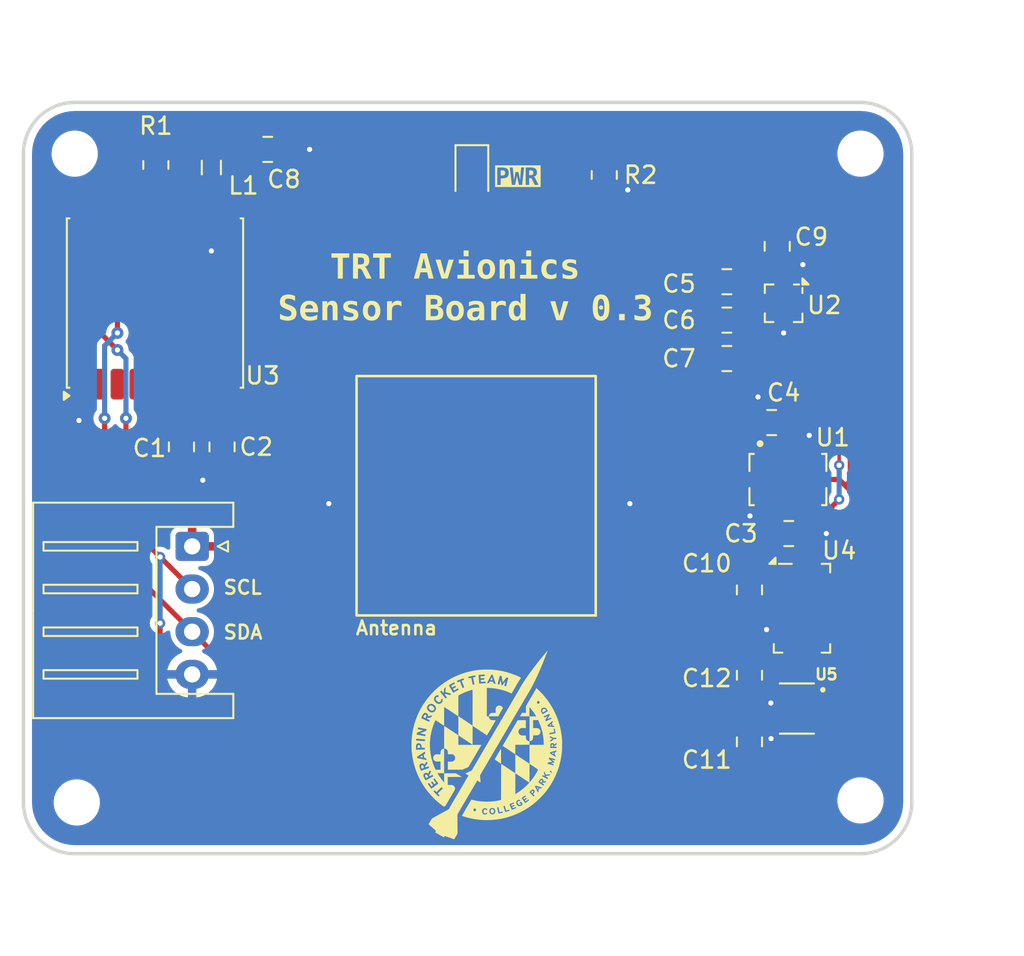
<source format=kicad_pcb>
(kicad_pcb (version 20240108) (generator "pcbnew") (generator_version "8.0")
  (layers (0 "F.Cu" signal) (31 "B.Cu" signal) (34 "B.Paste" user) (35 "F.Paste" user) (36 "B.SilkS" user "B.Silkscreen") (37 "F.SilkS" user "F.Silkscreen") (38 "B.Mask" user) (39 "F.Mask" user) (44 "Edge.Cuts" user))
  (net 0 "")
  (net 1 "GND")
  (net 2 "+3.3V")
  (net 3 "/RF_IN")
  (net 4 "/Antenna Power")
  (net 5 "Net-(U2-C1)")
  (net 7 "Net-(D1-K)")
  (net 8 "/VCC_RF")
  (net 14 "SCL1")
  (net 15 "SDA1")
  (footprint "Capacitor_SMD:C_0805_2012Metric" (layer "F.Cu") (at 115.8 76.25)
    (property "Reference" "C3" (at -2.8 0 0) (layer "F.SilkS"))
    (property "Value" "100n")
    (pad "1" smd roundrect (at -0.95 0) (size 1 1.45) (layers "F.Cu" "F.Paste" "F.Mask") (net 2 "+3.3V"))
    (pad "2" smd roundrect (at 0.95 0) (size 1 1.45) (layers "F.Cu" "F.Paste" "F.Mask") (net 1 "GND"))
  )
  (footprint "LED_SMD:LED_0805_2012Metric" (layer "F.Cu") (at 97.25 55.1875 -90)
    (property "Reference" "D1" (hide yes))
    (property "Value" "PWR")
    (pad "1" smd roundrect (at -0.9375 0 270) (size 0.975 1.4) (layers "F.Cu" "F.Paste" "F.Mask") (net 7 "Net-(D1-K)"))
    (pad "2" smd roundrect (at 0.9375 0 270) (size 0.975 1.4) (layers "F.Cu" "F.Paste" "F.Mask") (net 2 "+3.3V"))
  )
  (footprint "BMI088:PQFN50P450X300X100-16N" (layer "F.Cu") (at 115.75 73.085)
    (property "Reference" "U1" (at 2.625 -2.46 0) (layer "F.SilkS"))
    (property "Value" "BMI088")
    (pad "1" smd rect (at -1.5 -1.165) (size 0.35 0.59) (layers "F.Cu" "F.Paste" "F.Mask"))
    (pad "2" smd rect (at -1 -1.165) (size 0.35 0.59) (layers "F.Cu" "F.Paste" "F.Mask") (net 1 "GND"))
    (pad "3" smd rect (at -0.5 -1.165) (size 0.35 0.59) (layers "F.Cu" "F.Paste" "F.Mask") (net 2 "+3.3V"))
    (pad "4" smd rect (at 0 -1.165) (size 0.35 0.59) (layers "F.Cu" "F.Paste" "F.Mask") (net 1 "GND"))
    (pad "5" smd rect (at 0.5 -1.165) (size 0.35 0.59) (layers "F.Cu" "F.Paste" "F.Mask"))
    (pad "6" smd rect (at 1 -1.165) (size 0.35 0.59) (layers "F.Cu" "F.Paste" "F.Mask") (net 1 "GND"))
    (pad "7" smd rect (at 1.5 -1.165) (size 0.35 0.59) (layers "F.Cu" "F.Paste" "F.Mask") (net 1 "GND"))
    (pad "8" smd rect (at 1.915 0) (size 0.59 0.35) (layers "F.Cu" "F.Paste" "F.Mask") (net 14 "SCL1"))
    (pad "9" smd rect (at 1.5 1.165) (size 0.35 0.59) (layers "F.Cu" "F.Paste" "F.Mask") (net 15 "SDA1"))
    (pad "10" smd rect (at 1 1.165) (size 0.35 0.59) (layers "F.Cu" "F.Paste" "F.Mask") (net 1 "GND"))
    (pad "11" smd rect (at 0.5 1.165) (size 0.35 0.59) (layers "F.Cu" "F.Paste" "F.Mask") (net 2 "+3.3V"))
    (pad "12" smd rect (at 0 1.165) (size 0.35 0.59) (layers "F.Cu" "F.Paste" "F.Mask"))
    (pad "13" smd rect (at -0.5 1.165) (size 0.35 0.59) (layers "F.Cu" "F.Paste" "F.Mask"))
    (pad "14" smd rect (at -1 1.165) (size 0.35 0.59) (layers "F.Cu" "F.Paste" "F.Mask") (net 2 "+3.3V"))
    (pad "15" smd rect (at -1.5 1.165) (size 0.35 0.59) (layers "F.Cu" "F.Paste" "F.Mask") (net 1 "GND"))
    (pad "16" smd rect (at -1.915 0) (size 0.59 0.35) (layers "F.Cu" "F.Paste" "F.Mask"))
  )
  (footprint "PatchAntenna:SGGP.12.A" (layer "F.Cu") (at 96.992 76.111 180)
    (property "Reference" "Antenna1" (hide yes))
    (property "Value" "Antenna_Chip")
    (pad "1" smd rect (at -0.508 7.476 180) (size 1.5 1.5) (layers "F.Cu" "F.Paste" "F.Mask") (net 3 "/RF_IN"))
    (pad "2" smd rect (at -5.008 6.076 180) (size 2.3 2.3) (layers "F.Cu" "F.Paste" "F.Mask") (net 1 "GND"))
    (pad "3" smd rect (at 3.992 6.076 180) (size 2.3 2.3) (layers "F.Cu" "F.Paste" "F.Mask") (net 1 "GND"))
    (pad "4" smd rect (at -5.008 1.576 180) (size 2.3 2.3) (layers "F.Cu" "F.Paste" "F.Mask") (net 1 "GND"))
    (pad "5" smd rect (at -0.508 1.576 180) (size 2.3 2.3) (layers "F.Cu" "F.Paste" "F.Mask") (net 1 "GND"))
    (pad "6" smd rect (at 3.992 1.576 180) (size 2.3 2.3) (layers "F.Cu" "F.Paste" "F.Mask") (net 1 "GND"))
    (pad "7" smd rect (at -5.008 -2.924 180) (size 2.3 2.3) (layers "F.Cu" "F.Paste" "F.Mask") (net 1 "GND"))
    (pad "8" smd rect (at -0.508 -2.924 180) (size 2.3 2.3) (layers "F.Cu" "F.Paste" "F.Mask") (net 1 "GND"))
    (pad "9" smd rect (at 3.992 -2.924 180) (size 2.3 2.3) (layers "F.Cu" "F.Paste" "F.Mask") (net 1 "GND"))
  )
  (footprint "Capacitor_SMD:C_0805_2012Metric" (layer "F.Cu") (at 113.5 79.55 -90)
    (property "Reference" "C10" (at -1.55 2.5 180) (layer "F.SilkS"))
    (property "Value" "100n")
    (pad "1" smd roundrect (at -0.95 0 270) (size 1 1.45) (layers "F.Cu" "F.Paste" "F.Mask") (net 2 "+3.3V"))
    (pad "2" smd roundrect (at 0.95 0 270) (size 1 1.45) (layers "F.Cu" "F.Paste" "F.Mask") (net 1 "GND"))
  )
  (footprint "MountingHole:MountingHole_2.2mm_M2" (layer "F.Cu") (at 74 54)
    (property "Reference" "H2")
    (property "Value" "MountingHole")
    (pad "" np_thru_hole circle (at 0 0) (size 2.2 2.2) (drill 2.2) (layers "*.Cu" "*.Mask"))
  )
  (footprint "Capacitor_SMD:C_0805_2012Metric" (layer "F.Cu") (at 115.125 59.425 90)
    (property "Reference" "C9" (at 0.55 2 180) (layer "F.SilkS"))
    (property "Value" "100n")
    (pad "1" smd roundrect (at -0.95 0 90) (size 1 1.45) (layers "F.Cu" "F.Paste" "F.Mask") (net 5 "Net-(U2-C1)"))
    (pad "2" smd roundrect (at 0.95 0 90) (size 1 1.45) (layers "F.Cu" "F.Paste" "F.Mask") (net 1 "GND"))
  )
  (footprint "Inductor_SMD:L_0805_2012Metric" (layer "F.Cu") (at 82 54.8125 -90)
    (property "Reference" "L1" (at 1.0625 -1.875 180) (layer "F.SilkS"))
    (property "Value" "27n")
    (pad "1" smd roundrect (at -1.0625 0 270) (size 0.875 1.2) (layers "F.Cu" "F.Paste" "F.Mask") (net 4 "/Antenna Power"))
    (pad "2" smd roundrect (at 1.0625 0 270) (size 0.875 1.2) (layers "F.Cu" "F.Paste" "F.Mask") (net 3 "/RF_IN"))
  )
  (footprint "Capacitor_SMD:C_0805_2012Metric" (layer "F.Cu") (at 85.3 53.75)
    (property "Reference" "C8" (at 0.95 1.75 180) (layer "F.SilkS"))
    (property "Value" "10n")
    (pad "1" smd roundrect (at -0.95 0) (size 1 1.45) (layers "F.Cu" "F.Paste" "F.Mask") (net 4 "/Antenna Power"))
    (pad "2" smd roundrect (at 0.95 0) (size 1 1.45) (layers "F.Cu" "F.Paste" "F.Mask") (net 1 "GND"))
  )
  (footprint "Resistor_SMD:R_0805_2012Metric" (layer "F.Cu") (at 105 55.25 -90)
    (property "Reference" "R2" (at 0 -2.125 180) (layer "F.SilkS"))
    (property "Value" "??")
    (pad "1" smd roundrect (at -0.9125 0 270) (size 1.025 1.4) (layers "F.Cu" "F.Paste" "F.Mask") (roundrect_rratio 0.243902) (net 7 "Net-(D1-K)"))
    (pad "2" smd roundrect (at 0.9125 0 270) (size 1.025 1.4) (layers "F.Cu" "F.Paste" "F.Mask") (roundrect_rratio 0.243902) (net 1 "GND"))
  )
  (footprint "MountingHole:MountingHole_2.2mm_M2" (layer "F.Cu") (at 120 91.87868)
    (property "Reference" "H4")
    (property "Value" "MountingHole")
    (pad "" np_thru_hole circle (at 0 0) (size 2.2 2.2) (drill 2.2) (layers "*.Cu" "*.Mask"))
  )
  (footprint "Capacitor_SMD:C_0805_2012Metric" (layer "F.Cu") (at 112.175 63.75 180)
    (property "Reference" "C6" (at 2.8 0 360) (layer "F.SilkS"))
    (property "Value" "100n")
    (pad "1" smd roundrect (at -0.95 0 180) (size 1 1.45) (layers "F.Cu" "F.Paste" "F.Mask") (net 2 "+3.3V"))
    (pad "2" smd roundrect (at 0.95 0 180) (size 1 1.45) (layers "F.Cu" "F.Paste" "F.Mask") (net 1 "GND"))
  )
  (footprint "Capacitor_SMD:C_0805_2012Metric" (layer "F.Cu") (at 82.625 71.175 -90)
    (property "Reference" "C2" (at 0 -2 180) (layer "F.SilkS"))
    (property "Value" "100n")
    (pad "1" smd roundrect (at -0.95 0 270) (size 1 1.45) (layers "F.Cu" "F.Paste" "F.Mask") (net 2 "+3.3V"))
    (pad "2" smd roundrect (at 0.95 0 270) (size 1 1.45) (layers "F.Cu" "F.Paste" "F.Mask") (net 1 "GND"))
  )
  (footprint "Package_LGA:LGA-8_3x5mm_P1.25mm" (layer "F.Cu") (at 116.575 80.625)
    (property "Reference" "U4" (at 2.175 -3.375 0) (layer "F.SilkS"))
    (property "Value" "MS5611-01BA")
    (pad "1" smd rect (at -1.075 -1.875) (size 0.95 0.55) (layers "F.Cu" "F.Paste" "F.Mask") (net 2 "+3.3V"))
    (pad "2" smd rect (at -1.075 -0.625) (size 0.95 0.55) (layers "F.Cu" "F.Paste" "F.Mask") (net 2 "+3.3V"))
    (pad "3" smd rect (at -1.075 0.625) (size 0.95 0.55) (layers "F.Cu" "F.Paste" "F.Mask") (net 1 "GND"))
    (pad "4" smd rect (at -1.075 1.875) (size 0.95 0.55) (layers "F.Cu" "F.Paste" "F.Mask") (net 2 "+3.3V"))
    (pad "5" smd rect (at 1.075 1.875) (size 0.95 0.55) (layers "F.Cu" "F.Paste" "F.Mask") (net 2 "+3.3V"))
    (pad "6" smd rect (at 1.075 0.625) (size 0.95 0.55) (layers "F.Cu" "F.Paste" "F.Mask"))
    (pad "7" smd rect (at 1.075 -0.625) (size 0.95 0.55) (layers "F.Cu" "F.Paste" "F.Mask") (net 15 "SDA1"))
    (pad "8" smd rect (at 1.075 -1.875) (size 0.95 0.55) (layers "F.Cu" "F.Paste" "F.Mask") (net 14 "SCL1"))
  )
  (footprint "Capacitor_SMD:C_0805_2012Metric" (layer "F.Cu") (at 113.5 84.55 -90)
    (property "Reference" "C12" (at 0.175 2.5 180) (layer "F.SilkS"))
    (property "Value" "100n")
    (pad "1" smd roundrect (at -0.95 0 270) (size 1 1.45) (layers "F.Cu" "F.Paste" "F.Mask") (net 2 "+3.3V"))
    (pad "2" smd roundrect (at 0.95 0 270) (size 1 1.45) (layers "F.Cu" "F.Paste" "F.Mask") (net 1 "GND"))
  )
  (footprint "Connector_JST:JST_XH_S4B-XH-A_1x04_P2.50mm_Horizontal" (layer "F.Cu") (at 80.875 77 -90)
    (property "Reference" "J1" (hide yes))
    (property "Value" "I2C")
    (pad "1" thru_hole roundrect (at 0 0 270) (size 1.7 1.95) (drill 0.95) (layers "*.Cu" "*.Mask") (roundrect_rratio 0.147059) (net 2 "+3.3V"))
    (pad "2" thru_hole oval (at 2.5 0 270) (size 1.7 1.95) (drill 0.95) (layers "*.Cu" "*.Mask") (net 14 "SCL1"))
    (pad "3" thru_hole oval (at 5 0 270) (size 1.7 1.95) (drill 0.95) (layers "*.Cu" "*.Mask") (net 15 "SDA1"))
    (pad "4" thru_hole oval (at 7.5 0 270) (size 1.7 1.95) (drill 0.95) (layers "*.Cu" "*.Mask") (net 1 "GND"))
  )
  (footprint "MountingHole:MountingHole_2.2mm_M2" (layer "F.Cu") (at 74.12132 92)
    (property "Reference" "H3")
    (property "Value" "MountingHole")
    (pad "" np_thru_hole circle (at 0 0) (size 2.2 2.2) (drill 2.2) (layers "*.Cu" "*.Mask"))
  )
  (footprint "Capacitor_SMD:C_0805_2012Metric" (layer "F.Cu") (at 114.8 69.75 180)
    (property "Reference" "C4" (at -0.7 1.75 360) (layer "F.SilkS"))
    (property "Value" "100n")
    (pad "1" smd roundrect (at -0.95 0 180) (size 1 1.45) (layers "F.Cu" "F.Paste" "F.Mask") (net 2 "+3.3V"))
    (pad "2" smd roundrect (at 0.95 0 180) (size 1 1.45) (layers "F.Cu" "F.Paste" "F.Mask") (net 1 "GND"))
  )
  (footprint "Capacitor_SMD:C_0805_2012Metric" (layer "F.Cu") (at 112.175 61.5 180)
    (property "Reference" "C5" (at 2.8 -0.125 360) (layer "F.SilkS"))
    (property "Value" "100n")
    (pad "1" smd roundrect (at -0.95 0 180) (size 1 1.45) (layers "F.Cu" "F.Paste" "F.Mask") (net 2 "+3.3V"))
    (pad "2" smd roundrect (at 0.95 0 180) (size 1 1.45) (layers "F.Cu" "F.Paste" "F.Mask") (net 1 "GND"))
  )
  (footprint "RF_GPS:ublox_MAX" (layer "F.Cu") (at 78.7 62.75 90)
    (property "Reference" "U3" (at -4.25 6.3 180) (layer "F.SilkS"))
    (property "Value" "MAX-M10S")
    (pad "1" smd roundrect (at -4.75 -4.4 90) (size 1.8 0.7) (layers "F.Cu" "F.Paste" "F.Mask") (net 1 "GND"))
    (pad "2" smd roundrect (at -4.75 -3.3 90) (size 1.8 0.8) (layers "F.Cu" "F.Paste" "F.Mask"))
    (pad "3" smd roundrect (at -4.75 -2.2 90) (size 1.8 0.8) (layers "F.Cu" "F.Paste" "F.Mask"))
    (pad "4" smd roundrect (at -4.75 -1.1 90) (size 1.8 0.8) (layers "F.Cu" "F.Paste" "F.Mask"))
    (pad "5" smd roundrect (at -4.75 0 90) (size 1.8 0.8) (layers "F.Cu" "F.Paste" "F.Mask"))
    (pad "6" smd roundrect (at -4.75 1.1 90) (size 1.8 0.8) (layers "F.Cu" "F.Paste" "F.Mask"))
    (pad "7" smd roundrect (at -4.75 2.2 90) (size 1.8 0.8) (layers "F.Cu" "F.Paste" "F.Mask") (net 2 "+3.3V"))
    (pad "8" smd roundrect (at -4.75 3.3 90) (size 1.8 0.8) (layers "F.Cu" "F.Paste" "F.Mask") (net 2 "+3.3V"))
    (pad "9" smd roundrect (at -4.75 4.4 90) (size 1.8 0.7) (layers "F.Cu" "F.Paste" "F.Mask"))
    (pad "10" smd roundrect (at 4.75 4.4 90) (size 1.8 0.7) (layers "F.Cu" "F.Paste" "F.Mask") (net 1 "GND"))
    (pad "11" smd roundrect (at 4.75 3.3 90) (size 1.8 0.8) (layers "F.Cu" "F.Paste" "F.Mask") (net 3 "/RF_IN"))
    (pad "12" smd roundrect (at 4.75 2.2 90) (size 1.8 0.8) (layers "F.Cu" "F.Paste" "F.Mask") (net 1 "GND"))
    (pad "13" smd roundrect (at 4.75 1.1 90) (size 1.8 0.8) (layers "F.Cu" "F.Paste" "F.Mask"))
    (pad "14" smd roundrect (at 4.75 0 90) (size 1.8 0.8) (layers "F.Cu" "F.Paste" "F.Mask") (net 8 "/VCC_RF"))
    (pad "15" smd roundrect (at 4.75 -1.1 90) (size 1.8 0.8) (layers "F.Cu" "F.Paste" "F.Mask"))
    (pad "16" smd roundrect (at 4.75 -2.2 90) (size 1.8 0.8) (layers "F.Cu" "F.Paste" "F.Mask") (net 15 "SDA1"))
    (pad "17" smd roundrect (at 4.75 -3.3 90) (size 1.8 0.8) (layers "F.Cu" "F.Paste" "F.Mask") (net 14 "SCL1"))
    (pad "18" smd roundrect (at 4.75 -4.4 90) (size 1.8 0.7) (layers "F.Cu" "F.Paste" "F.Mask"))
  )
  (footprint "Capacitor_SMD:C_0805_2012Metric" (layer "F.Cu") (at 112.175 66 180)
    (property "Reference" "C7" (at 2.8 0 180) (layer "F.SilkS"))
    (property "Value" "1u")
    (pad "1" smd roundrect (at -0.95 0 180) (size 1 1.45) (layers "F.Cu" "F.Paste" "F.Mask") (net 2 "+3.3V"))
    (pad "2" smd roundrect (at 0.95 0 180) (size 1 1.45) (layers "F.Cu" "F.Paste" "F.Mask") (net 1 "GND"))
  )
  (footprint "Resistor_SMD:R_0805_2012Metric" (layer "F.Cu") (at 78.75 54.6625 90)
    (property "Reference" "R1" (at 2.2875 0 180) (layer "F.SilkS"))
    (property "Value" "10R")
    (pad "1" smd roundrect (at -0.9125 0 90) (size 1.025 1.4) (layers "F.Cu" "F.Paste" "F.Mask") (roundrect_rratio 0.243902) (net 8 "/VCC_RF"))
    (pad "2" smd roundrect (at 0.9125 0 90) (size 1.025 1.4) (layers "F.Cu" "F.Paste" "F.Mask") (roundrect_rratio 0.243902) (net 4 "/Antenna Power"))
  )
  (footprint "DPS310XTSA1:XDCR_DPS310XTSA1" (layer "F.Cu") (at 116.275 86.5)
    (property "Reference" "U5" (at 1.725 -2 0) (layer "F.SilkS") (effects (font (size 0.64 0.64))))
    (property "Value" "DPS310")
    (pad "1" smd rect (at 0.725 -0.975) (size 0.35 0.35) (layers "F.Cu" "F.Mask") (net 1 "GND"))
    (pad "2" smd rect (at 0.725 -0.325) (size 0.35 0.35) (layers "F.Cu" "F.Mask"))
    (pad "3" smd rect (at 0.725 0.325) (size 0.35 0.35) (layers "F.Cu" "F.Mask") (net 15 "SDA1"))
    (pad "4" smd rect (at 0.725 0.975) (size 0.35 0.35) (layers "F.Cu" "F.Mask") (net 14 "SCL1"))
    (pad "5" smd rect (at -0.725 0.975) (size 0.35 0.35) (layers "F.Cu" "F.Mask") (net 1 "GND"))
    (pad "6" smd rect (at -0.725 0.325) (size 0.35 0.35) (layers "F.Cu" "F.Mask") (net 2 "+3.3V"))
    (pad "7" smd rect (at -0.725 -0.325) (size 0.35 0.35) (layers "F.Cu" "F.Mask") (net 1 "GND"))
    (pad "8" smd rect (at -0.725 -0.975) (size 0.35 0.35) (layers "F.Cu" "F.Mask") (net 2 "+3.3V"))
  )
  (footprint "MountingHole:MountingHole_2.2mm_M2" (layer "F.Cu") (at 120 54)
    (property "Reference" "H1")
    (property "Value" "MountingHole")
    (pad "" np_thru_hole circle (at 0 0) (size 2.2 2.2) (drill 2.2) (layers "*.Cu" "*.Mask"))
  )
  (footprint "Capacitor_SMD:C_0805_2012Metric" (layer "F.Cu") (at 113.5 88.45 -90)
    (property "Reference" "C11" (at 1.05 2.5 180) (layer "F.SilkS"))
    (property "Value" "100n")
    (pad "1" smd roundrect (at -0.95 0 270) (size 1 1.45) (layers "F.Cu" "F.Paste" "F.Mask") (net 2 "+3.3V"))
    (pad "2" smd roundrect (at 0.95 0 270) (size 1 1.45) (layers "F.Cu" "F.Paste" "F.Mask") (net 1 "GND"))
  )
  (footprint "Package_LGA:LGA-12_2x2mm_P0.5mm" (layer "F.Cu") (at 115.5 62.7625 -90)
    (property "Reference" "U2" (at 0.1125 -2.375 180) (layer "F.SilkS"))
    (property "Value" "LIS3MDL")
    (pad "1" smd rect (at -0.7625 -0.75 270) (size 0.375 0.35) (layers "F.Cu" "F.Paste" "F.Mask") (net 14 "SCL1"))
    (pad "2" smd rect (at -0.7625 -0.25 270) (size 0.375 0.35) (layers "F.Cu" "F.Paste" "F.Mask") (net 1 "GND"))
    (pad "3" smd rect (at -0.7625 0.25 270) (size 0.375 0.35) (layers "F.Cu" "F.Paste" "F.Mask") (net 1 "GND"))
    (pad "4" smd rect (at -0.7625 0.75 270) (size 0.375 0.35) (layers "F.Cu" "F.Paste" "F.Mask") (net 5 "Net-(U2-C1)"))
    (pad "5" smd rect (at -0.25 0.7625) (size 0.375 0.35) (layers "F.Cu" "F.Paste" "F.Mask") (net 2 "+3.3V"))
    (pad "6" smd rect (at 0.25 0.7625) (size 0.375 0.35) (layers "F.Cu" "F.Paste" "F.Mask") (net 2 "+3.3V"))
    (pad "7" smd rect (at 0.7625 0.75 270) (size 0.375 0.35) (layers "F.Cu" "F.Paste" "F.Mask"))
    (pad "8" smd rect (at 0.7625 0.25 270) (size 0.375 0.35) (layers "F.Cu" "F.Paste" "F.Mask"))
    (pad "9" smd rect (at 0.7625 -0.25 270) (size 0.375 0.35) (layers "F.Cu" "F.Paste" "F.Mask") (net 1 "GND"))
    (pad "10" smd rect (at 0.7625 -0.75 270) (size 0.375 0.35) (layers "F.Cu" "F.Paste" "F.Mask") (net 2 "+3.3V"))
    (pad "11" smd rect (at 0.25 -0.7625) (size 0.375 0.35) (layers "F.Cu" "F.Paste" "F.Mask") (net 15 "SDA1"))
    (pad "12" smd rect (at -0.25 -0.7625) (size 0.375 0.35) (layers "F.Cu" "F.Paste" "F.Mask") (net 1 "GND"))
  )
  (footprint "Capacitor_SMD:C_0805_2012Metric" (layer "F.Cu") (at 80.25 71.175 -90)
    (property "Reference" "C1" (at 0.075 1.875 180) (layer "F.SilkS"))
    (property "Value" "100n")
    (pad "1" smd roundrect (at -0.95 0 270) (size 1 1.45) (layers "F.Cu" "F.Paste" "F.Mask") (net 2 "+3.3V"))
    (pad "2" smd roundrect (at 0.95 0 270) (size 1 1.45) (layers "F.Cu" "F.Paste" "F.Mask") (net 1 "GND"))
  )
  (footprint "LOGO" (layer "F.Cu") (at 98.125339 88.130512)
    (property "Reference" "G***" (hide yes))
    (property "Value" "LOGO" (hide yes))
  )
  (gr_line (start 74 95) (end 120 95) (stroke (width 0.2)) (layer "Edge.Cuts"))
  (gr_line (start 123 92) (end 123 54) (stroke (width 0.2)) (layer "Edge.Cuts"))
  (gr_arc (start 71 54) (mid 71.87868 51.87868) (end 74 51) (stroke (width 0.2)) (layer "Edge.Cuts"))
  (gr_arc (start 120 51) (mid 122.12132 51.87868) (end 123 54) (stroke (width 0.2)) (layer "Edge.Cuts"))
  (gr_line (start 120 51) (end 74 51) (stroke (width 0.2)) (layer "Edge.Cuts"))
  (gr_line (start 71 54) (end 71 92) (stroke (width 0.2)) (layer "Edge.Cuts"))
  (gr_arc (start 74 95) (mid 71.87868 94.12132) (end 71 92) (stroke (width 0.2)) (layer "Edge.Cuts"))
  (gr_arc (start 123 92) (mid 122.12132 94.12132) (end 120 95) (stroke (width 0.2)) (layer "Edge.Cuts"))
  (gr_text "Antenna" (at 90.375 82.25 0) (layer "F.SilkS") (effects (font (size 0.8 0.8) (thickness 0.153)) (justify left bottom)))
  (gr_text "SDA" (at 82.625 82.5 0) (layer "F.SilkS") (effects (font (size 0.8 0.8) (thickness 0.153)) (justify left bottom)))
  (gr_text "SCL" (at 82.625 79.875 0) (layer "F.SilkS") (effects (font (size 0.8 0.8) (thickness 0.153)) (justify left bottom)))
  (gr_text "PWR" (at 98.625 56 0) (layer "F.SilkS" knockout) (effects (font (size 1 1) (thickness 0.25) (bold yes)) (justify left bottom)))
  (gr_text "TRT Avionics \nSensor Board v 0.3" (at 96.875 64 0) (layer "F.SilkS") (effects (font (size 1.45 1.45) (thickness 0.35) (bold yes)) (justify bottom)))
  (segment (start 115.25 62) (end 115.75 62) (width 0.2) (layer "F.Cu") (net 1))
  (segment (start 114.25 74.25) (end 114.25 74.5) (width 0.2) (layer "F.Cu") (net 1))
  (segment (start 117 85.525) (end 116.525 85.525) (width 0.3) (layer "F.Cu") (net 1))
  (segment (start 97.5 74.535) (end 93 74.535) (width 0.5) (layer "F.Cu") (net 1))
  (segment (start 115.75 64.25) (end 115.5 64.5) (width 0.2) (layer "F.Cu") (net 1))
  (segment (start 102 79.035) (end 102 74.535) (width 0.5) (layer "F.Cu") (net 1))
  (segment (start 115.75 62) (end 115.75 61.5) (width 0.2) (layer "F.Cu") (net 1))
  (segment (start 116.75 71.92) (end 116.75 71.25) (width 0.2) (layer "F.Cu") (net 1))
  (segment (start 115.75 62.3375) (end 115.75 62) (width 0.2) (layer "F.Cu") (net 1))
  (segment (start 105 56.1625) (end 106.3375 56.1625) (width 0.5) (layer "F.Cu") (net 1))
  (segment (start 117 71) (end 117 70.5) (width 0.2) (layer "F.Cu") (net 1))
  (segment (start 116.5 71) (end 116.1 71) (width 0.2) (layer "F.Cu") (net 1))
  (segment (start 114.7625 88.2625) (end 113.625 89.4) (width 0.3) (layer "F.Cu") (net 1))
  (segment (start 115.6 81.25) (end 114.5 81.25) (width 0.5) (layer "F.Cu") (net 1))
  (segment (start 80.375 72.15) (end 81.5 72.15) (width 0.5) (layer "F.Cu") (net 1))
  (segment (start 113.85 68.4) (end 114 68.25) (width 0.2) (layer "F.Cu") (net 1))
  (segment (start 114.175 86.175) (end 113.5 85.5) (width 0.3) (layer "F.Cu") (net 1))
  (segment (start 117 71) (end 116.5 71) (width 0.2) (layer "F.Cu") (net 1))
  (segment (start 114.5 81.25) (end 114.15 81.25) (width 0.5) (layer "F.Cu") (net 1))
  (segment (start 116.275 85.775) (end 115.875 86.175) (width 0.3) (layer "F.Cu") (net 1))
  (segment (start 97.5 79.035) (end 102 79.035) (width 0.5) (layer "F.Cu") (net 1))
  (segment (start 114.25 74.5) (end 113.530331 75.219669) (width 0.2) (layer "F.Cu") (net 1))
  (segment (start 115.875 86.175) (end 115.55 86.175) (width 0.3) (layer "F.Cu") (net 1))
  (segment (start 116.625 59.975) (end 116.625 60.5) (width 0.2) (layer "F.Cu") (net 1))
  (segment (start 114.15 81.25) (end 113.425 80.525) (width 0.5) (layer "F.Cu") (net 1))
  (segment (start 116.75 76.25) (end 118 76.25) (width 0.2) (layer "F.Cu") (net 1))
  (segment (start 74.3 67.75) (end 74.3 69.575) (width 0.5) (layer "F.Cu") (net 1))
  (segment (start 116.2625 62.5125) (end 115.925 62.5125) (width 0.2) (layer "F.Cu") (net 1))
  (segment (start 102 74.535) (end 106.465 74.535) (width 0.5) (layer "F.Cu") (net 1))
  (segment (start 81.5 72.15) (end 81.5 73.125) (width 0.5) (layer "F.Cu") (net 1))
  (segment (start 102 70.035) (end 102 74.535) (width 0.5) (layer "F.Cu") (net 1))
  (segment (start 86.4 53.75) (end 87.75 53.75) (width 0.5) (layer "F.Cu") (net 1))
  (segment (start 115.925 62.5125) (end 115.75 62.3375) (width 0.2) (layer "F.Cu") (net 1))
  (segment (start 113.625 89.4) (end 113.5 89.4) (width 0.3) (layer "F.Cu") (net 1))
  (segment (start 106.3375 56.1625) (end 106.375 56.125) (width 0.5) (layer "F.Cu") (net 1))
  (segment (start 115.75 63.525) (end 115.75 64.25) (width 0.2) (layer "F.Cu") (net 1))
  (segment (start 102 74.535) (end 97.5 74.535) (width 0.5) (layer "F.Cu") (net 1))
  (segment (start 116.525 85.525) (end 116.275 85.775) (width 0.3) (layer "F.Cu") (net 1))
  (segment (start 81.5 72.15) (end 82.625 72.15) (width 0.5) (layer "F.Cu") (net 1))
  (segment (start 115.75 61.5) (end 116.625 60.625) (width 0.2) (layer "F.Cu") (net 1))
  (segment (start 93 79.035) (end 97.5 79.035) (width 0.5) (layer "F.Cu") (net 1))
  (segment (start 117.25 71.92) (end 117.25 71.25) (width 0.2) (layer "F.Cu") (net 1))
  (segment (start 106.465 74.535) (end 106.5 74.5) (width 0.5) (layer "F.Cu") (net 1))
  (segment (start 74.3 69.575) (end 74.25 69.625) (width 0.5) (layer "F.Cu") (net 1))
  (segment (start 82.425 59.7) (end 83.1 59.025) (width 0.5) (layer "F.Cu") (net 1))
  (segment (start 80.9 59.15) (end 81.45 59.7) (width 0.5) (layer "F.Cu") (net 1))
  (segment (start 114.75 86.175) (end 114.175 86.175) (width 0.3) (layer "F.Cu") (net 1))
  (segment (start 113.85 69.75) (end 113.85 68.4) (width 0.2) (layer "F.Cu") (net 1))
  (segment (start 115.55 87.475) (end 114.7625 88.2625) (width 0.3) (layer "F.Cu") (net 1))
  (segment (start 116.75 74.25) (end 116.75 76.25) (width 0.2) (layer "F.Cu") (net 1))
  (segment (start 114.75 71.92) (end 114.75 70.65) (width 0.2) (layer "F.Cu") (net 1))
  (segment (start 116.1 71) (end 115.75 71.35) (width 0.2) (layer "F.Cu") (net 1))
  (segment (start 115.55 86.175) (end 114.75 86.175) (width 0.3) (layer "F.Cu") (net 1))
  (segment (start 114.75 70.65) (end 113.85 69.75) (width 0.2) (layer "F.Cu") (net 1))
  (segment (start 116.75 71.25) (end 116.5 71) (width 0.2) (layer "F.Cu") (net 1))
  (segment (start 80.9 58.25) (end 80.9 59.15) (width 0.5) (layer "F.Cu") (net 1))
  (segment (start 83.1 59.025) (end 83.1 58.25) (width 0.5) (layer "F.Cu") (net 1))
  (segment (start 97.5 79.035) (end 97.5 74.535) (width 0.5) (layer "F.Cu") (net 1))
  (segment (start 93 70.035) (end 93 74.535) (width 0.5) (layer "F.Cu") (net 1))
  (segment (start 114.5 81.875) (end 114.5 81.25) (width 0.5) (layer "F.Cu") (net 1))
  (segment (start 81.45 59.7) (end 82.425 59.7) (width 0.5) (layer "F.Cu") (net 1))
  (segment (start 115.125 58.475) (end 116.625 59.975) (width 0.2) (layer "F.Cu") (net 1))
  (segment (start 88.91 74.535) (end 88.875 74.5) (width 0.5) (layer "F.Cu") (net 1))
  (segment (start 117.25 71.25) (end 117 71) (width 0.2) (layer "F.Cu") (net 1))
  (segment (start 116.625 60.625) (end 116.625 60.5) (width 0.2) (layer "F.Cu") (net 1))
  (segment (start 93 74.535) (end 88.91 74.535) (width 0.5) (layer "F.Cu") (net 1))
  (segment (start 115.75 71.35) (end 115.75 71.92) (width 0.2) (layer "F.Cu") (net 1))
  (segment (start 93 74.535) (end 93 79.035) (width 0.5) (layer "F.Cu") (net 1))
  (via (at 118 76.25) (size 0.6) (drill 0.3) (layers "F.Cu" "B.Cu") (net 1))
  (via (at 117 70.5) (size 0.6) (drill 0.3) (layers "F.Cu" "B.Cu") (net 1))
  (via (at 114.7625 88.2625) (size 0.6) (drill 0.3) (layers "F.Cu" "B.Cu") (net 1))
  (via (at 106.5 74.5) (size 0.7) (drill 0.3) (layers "F.Cu" "B.Cu") (net 1))
  (via (at 74.25 69.625) (size 0.7) (drill 0.3) (layers "F.Cu" "B.Cu") (net 1))
  (via (at 113.530331 75.219669) (size 0.6) (drill 0.3) (layers "F.Cu" "B.Cu") (net 1))
  (via (at 106.375 56.125) (size 0.7) (drill 0.3) (layers "F.Cu" "B.Cu") (net 1))
  (via (at 114 68.25) (size 0.6) (drill 0.3) (layers "F.Cu" "B.Cu") (net 1))
  (via (at 114.75 86.175) (size 0.6) (drill 0.3) (layers "F.Cu" "B.Cu") (net 1))
  (via (at 114.5 81.875) (size 0.7) (drill 0.3) (layers "F.Cu" "B.Cu") (net 1))
  (via (at 87.75 53.75) (size 0.7) (drill 0.3) (layers "F.Cu" "B.Cu") (net 1))
  (via (at 116.625 60.5) (size 0.6) (drill 0.3) (layers "F.Cu" "B.Cu") (net 1))
  (via (at 82 59.7) (size 0.7) (drill 0.3) (layers "F.Cu" "B.Cu") (net 1))
  (via (at 115.5 64.5) (size 0.6) (drill 0.3) (layers "F.Cu" "B.Cu") (net 1))
  (via (at 88.875 74.5) (size 0.7) (drill 0.3) (layers "F.Cu" "B.Cu") (net 1))
  (via (at 81.5 73.125) (size 0.7) (drill 0.3) (layers "F.Cu" "B.Cu") (net 1))
  (segment (start 78.5 70.875) (end 79.125 70.25) (width 0.5) (layer "F.Cu") (net 2))
  (segment (start 113.125 60.5) (end 113.125 61.5) (width 0.5) (layer "F.Cu") (net 2))
  (segment (start 114.125 62.3375) (end 114.125 61.75) (width 0.2) (layer "F.Cu") (net 2))
  (segment (start 115.55 86.825) (end 114.175 86.825) (width 0.3) (layer "F.Cu") (net 2))
  (segment (start 114.125 63.5) (end 113.875 63.75) (width 0.2) (layer "F.Cu") (net 2))
  (segment (start 88.125 88.875) (end 109 88.875) (width 0.5) (layer "F.Cu") (net 2))
  (segment (start 110.9375 86.9375) (end 111.4375 86.4375) (width 0.5) (layer "F.Cu") (net 2))
  (segment (start 115.1875 67.9375) (end 115.75 68.5) (width 0.5) (layer "F.Cu") (net 2))
  (segment (start 115.7 80) (end 115.5 80) (width 0.5) (layer "F.Cu") (net 2))
  (segment (start 84.375 78.875) (end 84.375 85.125) (width 0.5) (layer "F.Cu") (net 2))
  (segment (start 115.55 85.525) (end 115.425 85.525) (width 0.3) (layer "F.Cu") (net 2))
  (segment (start 113.75 76.5) (end 112.25 75) (width 0.5) (layer "F.Cu") (net 2))
  (segment (start 111.5 87.5) (end 113.5 87.5) (width 0.5) (layer "F.Cu") (net 2))
  (segment (start 113.875 63.75) (end 113.125 63.75) (width 0.2) (layer "F.Cu") (net 2))
  (segment (start 113.5 77) (end 113.5 78.6) (width 0.5) (layer "F.Cu") (net 2))
  (segment (start 114.75 76.15) (end 114.85 76.25) (width 0.2) (layer "F.Cu") (net 2))
  (segment (start 112 79.25) (end 112.625 78.625) (width 0.5) (layer "F.Cu") (net 2))
  (segment (start 109 88.875) (end 110.9375 86.9375) (width 0.5) (layer "F.Cu") (net 2))
  (segment (start 80.375 70.25) (end 82.625 70.25) (width 0.5) (layer "F.Cu") (net 2))
  (segment (start 114.85 76.25) (end 114.25 76.25) (width 0.5) (layer "F.Cu") (net 2))
  (segment (start 116.25 74.25) (end 116.25 74.85) (width 0.2) (layer "F.Cu") (net 2))
  (segment (start 115.75 70.75) (end 115.75 69.75) (width 0.2) (layer "F.Cu") (net 2))
  (segment (start 117.75 82.5) (end 116.5 82.5) (width 0.5) (layer "F.Cu") (net 2))
  (segment (start 79.125 70.25) (end 80.375 70.25) (width 0.5) (layer "F.Cu") (net 2))
  (segment (start 113.875 61.5) (end 113.125 61.5) (width 0.2) (layer "F.Cu") (net 2))
  (segment (start 80.9 67.75) (end 80.9 68.6) (width 0.5) (layer "F.Cu") (net 2))
  (segment (start 113.5 83.6) (end 112.1 83.6) (width 0.5) (layer "F.Cu") (net 2))
  (segment (start 112.1 83.6) (end 112 83.5) (width 0.5) (layer "F.Cu") (net 2))
  (segment (start 78.5 73.125) (end 78.5 70.875) (width 0.5) (layer "F.Cu") (net 2))
  (segment (start 114.7375 62.5125) (end 114.3 62.5125) (width 0.2) (layer "F.Cu") (net 2))
  (segment (start 80.875 77) (end 80.875 75.5) (width 0.5) (layer "F.Cu") (net 2))
  (segment (start 115.6 78.75) (end 113.55 78.75) (width 0.5) (layer "F.Cu") (net 2))
  (segment (start 113.55 78.75) (end 113.425 78.625) (width 0.5) (layer "F.Cu") (net 2))
  (segment (start 97.25 56.125) (end 97.25 57.125) (width 0.5) (layer "F.Cu") (net 2))
  (segment (start 84.375 85.125) (end 88.125 88.875) (width 0.5) (layer "F.Cu") (net 2))
  (segment (start 112 83.5) (end 112 79.25) (width 0.5) (layer "F.Cu") (net 2))
  (segment (start 114.125 63.25) (end 114.125 63.5) (width 0.2) (layer "F.Cu") (net 2))
  (segment (start 116.25 74.85) (end 114.85 76.25) (width 0.2) (layer "F.Cu") (net 2))
  (segment (start 116.5 82.5) (end 115.6 82.5) (width 0.5) (layer "F.Cu") (net 2))
  (segment (start 114 67.5) (end 114.75 67.5) (width 0.5) (layer "F.Cu") (net 2))
  (segment (start 112.25 68.75) (end 113.5 67.5) (width 0.5) (layer "F.Cu") (net 2))
  (segment (start 114.125 61.75) (end 113.875 61.5) (width 0.2) (layer "F.Cu") (net 2))
  (segment (start 114.25 76.25) (end 114 76.5) (width 0.5) (layer "F.Cu") (net 2))
  (segment (start 112.625 78.625) (end 113.425 78.625) (width 0.5) (layer "F.Cu") (net 2))
  (segment (start 82.625 69.25) (end 82.625 70.125) (width 0.5) (layer "F.Cu") (net 2))
  (segment (start 110.625 58) (end 113.125 60.5) (width 0.5) (layer "F.Cu") (net 2))
  (segment (start 115.25 71.92) (end 115.25 71.25) (width 0.2) (layer "F.Cu") (net 2))
  (segment (start 113.5 67.5) (end 114 67.5) (width 0.5) (layer "F.Cu") (net 2))
  (segment (start 115.6 80) (end 115.6 78.75) (width 0.5) (layer "F.Cu") (net 2))
  (segment (start 80.875 75.5) (end 78.5 73.125) (width 0.5) (layer "F.Cu") (net 2))
  (segment (start 114.3 62.5125) (end 114.125 62.3375) (width 0.2) (layer "F.Cu") (net 2))
  (segment (start 115.25 71.25) (end 115.75 70.75) (width 0.2) (layer "F.Cu") (net 2))
  (segment (start 114.7375 63.0125) (end 114.3625 63.0125) (width 0.2) (layer "F.Cu") (net 2))
  (segment (start 80.9 68.6) (end 80.25 69.25) (width 0.5) (layer "F.Cu") (net 2))
  (segment (start 114 66.875) (end 113.125 66) (width 0.5) (layer "F.Cu") (net 2))
  (segment (start 115.425 85.525) (end 113.5 83.6) (width 0.3) (layer "F.Cu") (net 2))
  (segment (start 114.175 86.825) (end 113.5 87.5) (width 0.3) (layer "F.Cu") (net 2))
  (segment (start 80.875 77) (end 82.5 77) (width 0.5) (layer "F.Cu") (net 2))
  (segment (start 115.75 68.5) (end 115.75 69.75) (width 0.5) (layer "F.Cu") (net 2))
  (segment (start 113.125 63.75) (end 113.125 61.5) (width 0.5) (layer "F.Cu") (net 2))
  (segment (start 113.125 66) (end 113.125 63.75) (width 0.5) (layer "F.Cu") (net 2))
  (segment (start 114 76.5) (end 113.5 77) (width 0.5) (layer "F.Cu") (net 2))
  (segment (start 82 67.75) (end 82 68.625) (width 0.5) (layer "F.Cu") (net 2))
  (segment (start 116.25 63.525) (end 116.25 66.875) (width 0.2) (layer "F.Cu") (net 2))
  (segment (start 114.75 67.5) (end 115.1875 67.9375) (width 0.5) (layer "F.Cu") (net 2))
  (segment (start 116.5 82.5) (end 116.5 80.8) (width 0.5) (layer "F.Cu") (net 2))
  (segment (start 110.9375 86.9375) (end 111.5 87.5) (width 0.5) (layer "F.Cu") (net 2))
  (segment (start 82.5 77) (end 84.375 78.875) (width 0.5) (layer "F.Cu") (net 2))
  (segment (start 82 68.625) (end 82.625 69.25) (width 0.5) (layer "F.Cu") (net 2))
  (segment (start 114.3625 63.0125) (end 114.125 63.25) (width 0.2) (layer "F.Cu") (net 2))
  (segment (start 116.25 66.875) (end 115.1875 67.9375) (width 0.2) (layer "F.Cu") (net 2))
  (segment (start 114 67.5) (end 114 66.875) (width 0.5) (layer "F.Cu") (net 2))
  (segment (start 112 85.875) (end 112 83.5) (width 0.5) (layer "F.Cu") (net 2))
  (segment (start 97.25 57.125) (end 98.125 58) (width 0.5) (layer "F.Cu") (net 2))
  (segment (start 98.125 58) (end 110.625 58) (width 0.5) (layer "F.Cu") (net 2))
  (segment (start 112.25 75) (end 112.25 68.75) (width 0.5) (layer "F.Cu") (net 2))
  (segment (start 114 76.5) (end 113.75 76.5) (width 0.5) (layer "F.Cu") (net 2))
  (segment (start 116.5 80.8) (end 115.7 80) (width 0.5) (layer "F.Cu") (net 2))
  (segment (start 80.25 69.25) (end 80.25 70.25) (width 0.5) (layer "F.Cu") (net 2))
  (segment (start 111.4375 86.4375) (end 112 85.875) (width 0.5) (layer "F.Cu") (net 2))
  (segment (start 82.625 70.125) (end 82.5 70.25) (width 0.5) (layer "F.Cu") (net 2))
  (segment (start 114.75 74.25) (end 114.75 76.15) (width 0.2) (layer "F.Cu") (net 2))
  (segment (start 82 58.25) (end 82 55.875) (width 0.3) (layer "F.Cu") (net 3))
  (segment (start 84.75 55.875) (end 82 55.875) (width 0.3) (layer "F.Cu") (net 3))
  (segment (start 97.5 68.625) (end 84.75 55.875) (width 0.3) (layer "F.Cu") (net 3))
  (segment (start 97.5 68.635) (end 97.5 68.625) (width 0.3) (layer "F.Cu") (net 3))
  (segment (start 82 53.75) (end 84.5 53.75) (width 0.5) (layer "F.Cu") (net 4))
  (segment (start 78.75 53.75) (end 82 53.75) (width 0.5) (layer "F.Cu") (net 4))
  (segment (start 114.75 62) (end 114.75 60.75) (width 0.2) (layer "F.Cu") (net 5))
  (segment (start 114.75 60.75) (end 115.125 60.375) (width 0.2) (layer "F.Cu") (net 5))
  (segment (start 97.25 54.25) (end 104.9125 54.25) (width 0.3) (layer "F.Cu") (net 7))
  (segment (start 104.9125 54.25) (end 105 54.3375) (width 0.3) (layer "F.Cu") (net 7))
  (segment (start 78.7 58.25) (end 78.7 55.625) (width 0.5) (layer "F.Cu") (net 8))
  (segment (start 78.7 55.625) (end 78.75 55.575) (width 0.5) (layer "F.Cu") (net 8))
  (segment (start 116.7125 62) (end 119.35 64.6375) (width 0.2) (layer "F.Cu") (net 14))
  (segment (start 119.0825 73.4175) (end 119.5 73.835) (width 0.2) (layer "F.Cu") (net 14))
  (segment (start 118.75 78.75) (end 119.5 78) (width 0.3) (layer "F.Cu") (net 14))
  (segment (start 117 88.75) (end 117 87.475) (width 0.3) (layer "F.Cu") (net 14))
  (segment (start 118.504239 73.085) (end 117.665 73.085) (width 0.3) (layer "F.Cu") (net 14))
  (segment (start 84.5 91.75) (end 114 91.75) (width 0.3) (layer "F.Cu") (net 14))
  (segment (start 117.775 87.475) (end 120 85.25) (width 0.3) (layer "F.Cu") (net 14))
  (segment (start 116.25 62) (end 116.7125 62) (width 0.2) (layer "F.Cu") (net 14))
  (segment (start 75.4 64.4) (end 75.4 58.25) (width 0.3) (layer "F.Cu") (net 14))
  (segment (start 79 77.625) (end 77 75.625) (width 0.3) (layer "F.Cu") (net 14))
  (segment (start 120 80) (end 118.75 78.75) (width 0.3) (layer "F.Cu") (net 14))
  (segment (start 120 85.25) (end 120 80) (width 0.3) (layer "F.Cu") (net 14))
  (segment (start 77 75.625) (end 77 69.5) (width 0.3) (layer "F.Cu") (net 14))
  (segment (start 117 87.475) (end 117.775 87.475) (width 0.3) (layer "F.Cu") (net 14))
  (segment (start 119.35 64.6375) (end 119.35 73.15) (width 0.2) (layer "F.Cu") (net 14))
  (segment (start 119.5 78) (end 119.5 73.835) (width 0.3) (layer "F.Cu") (net 14))
  (segment (start 118.504239 73.085) (end 118.75 73.085) (width 0.3) (layer "F.Cu") (net 14))
  (segment (start 119.35 73.15) (end 119.0825 73.4175) (width 0.2) (layer "F.Cu") (net 14))
  (segment (start 119.5 73.835) (end 118.75 73.085) (width 0.3) (layer "F.Cu") (net 14))
  (segment (start 79 77.625) (end 80.875 79.5) (width 0.3) (layer "F.Cu") (net 14))
  (segment (start 76.5 65.5) (end 75.4 64.4) (width 0.3) (layer "F.Cu") (net 14))
  (segment (start 118.75 78.75) (end 117.65 78.75) (width 0.3) (layer "F.Cu") (net 14))
  (segment (start 79 86.25) (end 84.5 91.75) (width 0.3) (layer "F.Cu") (net 14))
  (segment (start 114 91.75) (end 117 88.75) (width 0.3) (layer "F.Cu") (net 14))
  (segment (start 79 81.5) (end 79 86.25) (width 0.3) (layer "F.Cu") (net 14))
  (via (at 79 81.5) (size 0.6) (drill 0.3) (layers "F.Cu" "B.Cu") (net 14))
  (via (at 79 77.625) (size 0.6) (drill 0.3) (layers "F.Cu" "B.Cu") (net 14))
  (via (at 77 69.5) (size 0.7) (drill 0.3) (layers "F.Cu" "B.Cu") (net 14))
  (via (at 76.5 65.5) (size 0.7) (drill 0.3) (layers "F.Cu" "B.Cu") (net 14))
  (segment (start 76.5 65.5) (end 77 66) (width 0.3) (layer "B.Cu") (net 14))
  (segment (start 79 81.5) (end 79 77.625) (width 0.3) (layer "B.Cu") (net 14))
  (segment (start 77 66) (end 77 69.5) (width 0.3) (layer "B.Cu") (net 14))
  (segment (start 118.65 76.6) (end 118.65 75.65) (width 0.3) (layer "F.Cu") (net 15))
  (segment (start 119 80.75) (end 118.25 80) (width 0.3) (layer "F.Cu") (net 15))
  (segment (start 114.365228 90.375) (end 116.25 88.490228) (width 0.3) (layer "F.Cu") (net 15))
  (segment (start 116.5 78.5) (end 118 77) (width 0.3) (layer "F.Cu") (net 15))
  (segment (start 117.4 86.825) (end 119 85.225) (width 0.3) (layer "F.Cu") (net 15))
  (segment (start 116.25 87.25) (end 116.675 86.825) (width 0.3) (layer "F.Cu") (net 15))
  (segment (start 117 80) (end 116.5 79.5) (width 0.3) (layer "F.Cu") (net 15))
  (segment (start 118 77) (end 118.25 77) (width 0.3) (layer "F.Cu") (net 15))
  (segment (start 118.75 74.25) (end 118 75) (width 0.3) (layer "F.Cu") (net 15))
  (segment (start 75.75 76.875) (end 75.75 69.5) (width 0.3) (layer "F.Cu") (net 15))
  (segment (start 118.7375 74.25) (end 118.75 74.25) (width 0.3) (layer "F.Cu") (net 15))
  (segment (start 80.875 82) (end 75.75 76.875) (width 0.3) (layer "F.Cu") (net 15))
  (segment (start 118.75 65.0625) (end 118.75 72.25) (width 0.2) (layer "F.Cu") (net 15))
  (segment (start 117.65 80) (end 117 80) (width 0.3) (layer "F.Cu") (net 15))
  (segment (start 82.875 84) (end 82.875 87.125) (width 0.3) (layer "F.Cu") (net 15))
  (segment (start 116.7 63.0125) (end 118.75 65.0625) (width 0.2) (layer "F.Cu") (net 15))
  (segment (start 116.5 79.5) (end 116.5 78.5) (width 0.3) (layer "F.Cu") (net 15))
  (segment (start 76.5 64.5) (end 76.5 58.25) (width 0.3) (layer "F.Cu") (net 15))
  (segment (start 82.875 87.125) (end 86.125 90.375) (width 0.3) (layer "F.Cu") (net 15))
  (segment (start 118.65 75.65) (end 118 75) (width 0.3) (layer "F.Cu") (net 15))
  (segment (start 117.275 74.275) (end 117.275 74.2625) (width 0.3) (layer "F.Cu") (net 15))
  (segment (start 118 75) (end 117.275 74.275) (width 0.3) (layer "F.Cu") (net 15))
  (segment (start 116.25 88.490228) (end 116.25 87.25) (width 0.3) (layer "F.Cu") (net 15))
  (segment (start 116.2625 63.0125) (end 116.7 63.0125) (width 0.2) (layer "F.Cu") (net 15))
  (segment (start 80.5 82) (end 80.875 82) (width 0.3) (layer "F.Cu") (net 15))
  (segment (start 118.25 77) (end 118.65 76.6) (width 0.3) (layer "F.Cu") (net 15))
  (segment (start 119 85.225) (end 119 80.75) (width 0.3) (layer "F.Cu") (net 15))
  (segment (start 80.875 82) (end 82.875 84) (width 0.3) (layer "F.Cu") (net 15))
  (segment (start 118.25 80) (end 117.65 80) (width 0.3) (layer "F.Cu") (net 15))
  (segment (start 116.675 86.825) (end 117.4 86.825) (width 0.3) (layer "F.Cu") (net 15))
  (segment (start 86.125 90.375) (end 114.365228 90.375) (width 0.3) (layer "F.Cu") (net 15))
  (via (at 75.75 69.5) (size 0.7) (drill 0.3) (layers "F.Cu" "B.Cu") (net 15))
  (via (at 118.75 72.25) (size 0.6) (drill 0.3) (layers "F.Cu" "B.Cu") (net 15))
  (via (at 76.5 64.5) (size 0.7) (drill 0.3) (layers "F.Cu" "B.Cu") (net 15))
  (via (at 118.75 74.25) (size 0.6) (drill 0.3) (layers "F.Cu" "B.Cu") (net 15))
  (segment (start 118.75 72.25) (end 118.75 74.25) (width 0.3) (layer "B.Cu") (net 15))
  (segment (start 75.75 65.25) (end 75.75 69.5) (width 0.3) (layer "B.Cu") (net 15))
  (segment (start 76.5 64.5) (end 75.75 65.25) (width 0.3) (layer "B.Cu") (net 15))
  (zone (net 1) (net_name "GND") (layer "B.Cu") (connect_pads (clearance 0.3)) (min_thickness 0.25) (fill yes (thermal_gap 0.5) (thermal_bridge_width 0.5))
    (polygon (pts (xy 70 45) (xy 70 101) (xy 124 101) (xy 124 45)))
  )
)
</source>
